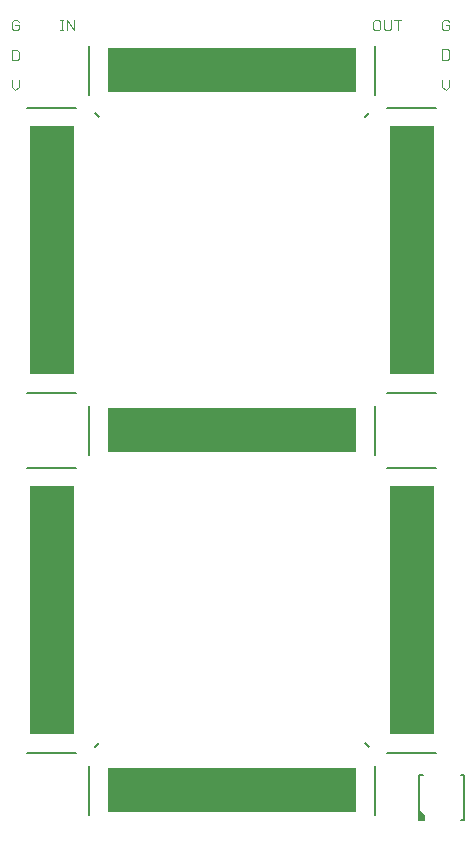
<source format=gto>
G75*
%MOIN*%
%OFA0B0*%
%FSLAX25Y25*%
%IPPOS*%
%LPD*%
%AMOC8*
5,1,8,0,0,1.08239X$1,22.5*
%
%ADD10C,0.00400*%
%ADD11R,0.82500X0.15000*%
%ADD12R,0.15000X0.82500*%
%ADD13C,0.00500*%
%ADD14C,0.00800*%
D10*
X0014435Y0264900D02*
X0013301Y0266034D01*
X0013301Y0268303D01*
X0015570Y0268303D02*
X0015570Y0266034D01*
X0014435Y0264900D01*
X0015002Y0274900D02*
X0013301Y0274900D01*
X0013301Y0278303D01*
X0015002Y0278303D01*
X0015570Y0277736D01*
X0015570Y0275467D01*
X0015002Y0274900D01*
X0015002Y0284900D02*
X0013868Y0284900D01*
X0013301Y0285467D01*
X0013301Y0287736D01*
X0013868Y0288303D01*
X0015002Y0288303D01*
X0015570Y0287736D01*
X0015570Y0286601D02*
X0014435Y0286601D01*
X0015570Y0286601D02*
X0015570Y0285467D01*
X0015002Y0284900D01*
X0029300Y0284900D02*
X0030434Y0284900D01*
X0029867Y0284900D02*
X0029867Y0288303D01*
X0029300Y0288303D02*
X0030434Y0288303D01*
X0031633Y0288303D02*
X0031633Y0284900D01*
X0033901Y0284900D02*
X0031633Y0288303D01*
X0033901Y0288303D02*
X0033901Y0284900D01*
X0133803Y0285467D02*
X0134370Y0284900D01*
X0135504Y0284900D01*
X0136072Y0285467D01*
X0136072Y0287736D01*
X0135504Y0288303D01*
X0134370Y0288303D01*
X0133803Y0287736D01*
X0133803Y0285467D01*
X0137302Y0285467D02*
X0137869Y0284900D01*
X0139003Y0284900D01*
X0139571Y0285467D01*
X0139571Y0288303D01*
X0140801Y0288303D02*
X0143070Y0288303D01*
X0141935Y0288303D02*
X0141935Y0284900D01*
X0137302Y0285467D02*
X0137302Y0288303D01*
X0156800Y0287736D02*
X0156800Y0285467D01*
X0157367Y0284900D01*
X0158501Y0284900D01*
X0159069Y0285467D01*
X0159069Y0286601D01*
X0157934Y0286601D01*
X0156800Y0287736D02*
X0157367Y0288303D01*
X0158501Y0288303D01*
X0159069Y0287736D01*
X0158501Y0278553D02*
X0156800Y0278553D01*
X0156800Y0275150D01*
X0158501Y0275150D01*
X0159069Y0275717D01*
X0159069Y0277986D01*
X0158501Y0278553D01*
X0159069Y0268303D02*
X0159069Y0266034D01*
X0157934Y0264900D01*
X0156800Y0266034D01*
X0156800Y0268303D01*
D11*
X0086600Y0271600D03*
X0086600Y0151600D03*
X0086600Y0031600D03*
D12*
X0026600Y0091600D03*
X0026600Y0211600D03*
X0146600Y0211600D03*
X0146600Y0091600D03*
D13*
X0034800Y0044041D02*
X0018400Y0044041D01*
X0039041Y0039800D02*
X0039041Y0023400D01*
X0034800Y0139159D02*
X0018400Y0139159D01*
X0018400Y0164041D02*
X0034800Y0164041D01*
X0039041Y0159700D02*
X0039041Y0143300D01*
X0034800Y0259159D02*
X0018400Y0259159D01*
X0039041Y0263400D02*
X0039041Y0279800D01*
X0134259Y0279800D02*
X0134259Y0263400D01*
X0138400Y0259159D02*
X0154800Y0259159D01*
X0154800Y0164041D02*
X0138400Y0164041D01*
X0134259Y0159800D02*
X0134259Y0143400D01*
X0138400Y0139159D02*
X0154800Y0139159D01*
X0154800Y0044041D02*
X0138400Y0044041D01*
X0134259Y0039800D02*
X0134259Y0023400D01*
X0149100Y0023601D02*
X0150099Y0023601D01*
X0150597Y0023103D02*
X0149100Y0023103D01*
X0149100Y0022604D02*
X0150600Y0022604D01*
X0150600Y0023100D02*
X0150600Y0021600D01*
X0149100Y0021600D01*
X0149100Y0024600D01*
X0150600Y0023100D01*
X0150600Y0022106D02*
X0149100Y0022106D01*
X0149120Y0021620D02*
X0149120Y0036580D01*
X0150301Y0036580D01*
X0149102Y0024598D02*
X0149100Y0024598D01*
X0149100Y0024100D02*
X0149600Y0024100D01*
X0149120Y0021620D02*
X0150301Y0021620D01*
X0150600Y0021607D02*
X0149100Y0021607D01*
X0162899Y0021620D02*
X0164080Y0021620D01*
X0164080Y0036580D01*
X0162899Y0036580D01*
D14*
X0132307Y0045893D02*
X0130893Y0047307D01*
X0042307Y0047307D02*
X0040893Y0045893D01*
X0042307Y0255893D02*
X0040893Y0257307D01*
X0130893Y0255893D02*
X0132307Y0257307D01*
M02*

</source>
